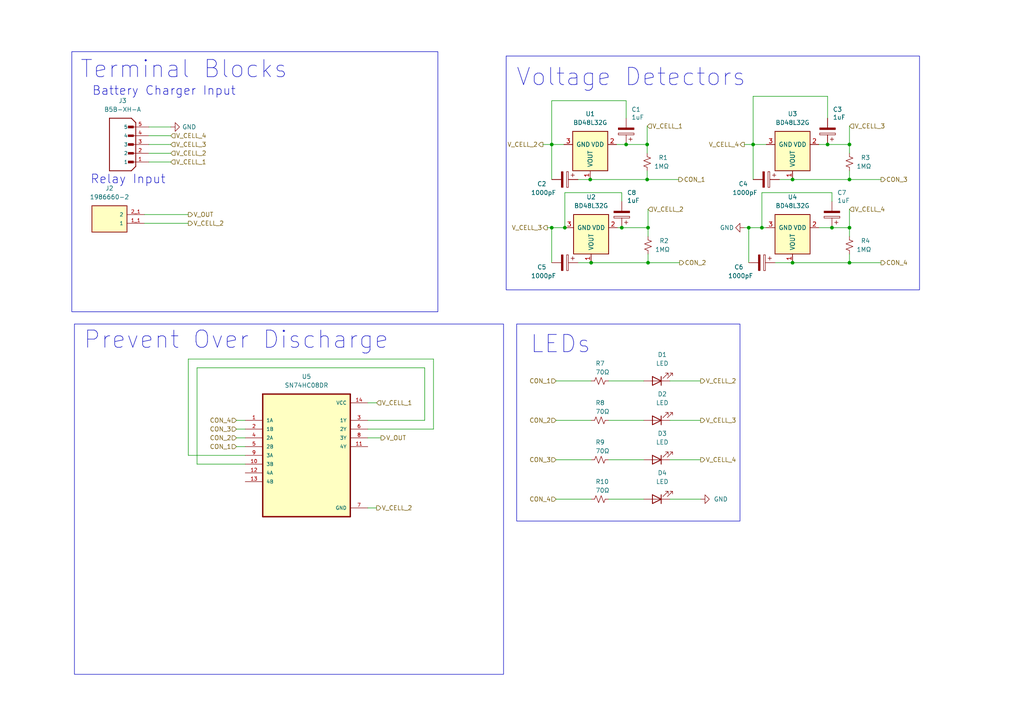
<source format=kicad_sch>
(kicad_sch (version 20231120) (generator "eeschema") (generator_version "8.0")
  (paper "A4")
  (lib_symbols
    (symbol "1986660-2:1986660-2" (pin_names (offset 1.016))
      (property "Reference" "J" (at -5.58 5.08 0))
      (property "Value" "1986660-2" (at -5.08 -5.08 0))
      (symbol "1986660-2_0_0"
        (rectangle (start -5.08 -2.54) (end 5.08 5.08) (stroke (width 0.254)) (fill (type background)))
        (pin passive line (at -10.16 2.54 0) (length 5.08) (name "1") (number "1_1"))
        (pin passive line (at -10.16 0 0) (length 5.08) (name "2") (number "2_1"))
      )
    )
    (symbol "B5B-XH-A:B5B-XH-A" (pin_names (offset 1.016))
      (property "Reference" "J" (at -2.54 8.89 0))
      (property "Value" "B5B-XH-A" (at -2.54 -10.16 0))
      (symbol "B5B-XH-A_0_0"
        (rectangle (start -3.175 -5.3975) (end -1.5875 -4.7625) (stroke (width 0.1)) (fill (type outline)))
        (rectangle (start -3.175 -2.8575) (end -1.5875 -2.2225) (stroke (width 0.1)) (fill (type outline)))
        (rectangle (start -3.175 -0.3175) (end -1.5875 0.3175) (stroke (width 0.1)) (fill (type outline)))
        (rectangle (start -3.175 2.2225) (end -1.5875 2.8575) (stroke (width 0.1)) (fill (type outline)))
        (rectangle (start -3.175 4.7625) (end -1.5875 5.3975) (stroke (width 0.1)) (fill (type outline)))
        (polyline (pts (xy -3.81 -6.35) (xy -2.54 -7.62)) (stroke (width 0.254)))
        (polyline (pts (xy -3.81 6.35) (xy -3.81 -6.35)) (stroke (width 0.254)))
        (polyline (pts (xy -3.81 6.35) (xy -2.54 7.62)) (stroke (width 0.254)))
        (polyline (pts (xy -2.54 -7.62) (xy 3.81 -7.62)) (stroke (width 0.254)))
        (polyline (pts (xy 3.81 -7.62) (xy 3.81 7.62)) (stroke (width 0.254)))
        (polyline (pts (xy 3.81 7.62) (xy -2.54 7.62)) (stroke (width 0.254)))
        (pin passive line (at -7.62 5.08 0) (length 5.08) (name "1") (number "1"))
        (pin passive line (at -7.62 2.54 0) (length 5.08) (name "2") (number "2"))
        (pin passive line (at -7.62 0 0) (length 5.08) (name "3") (number "3"))
        (pin passive line (at -7.62 -2.54 0) (length 5.08) (name "4") (number "4"))
        (pin passive line (at -7.62 -5.08 0) (length 5.08) (name "5") (number "5"))
      )
    )
    (symbol "Device:C_Polarized" (pin_numbers hide) (pin_names (offset 0.254))
      (property "Reference" "C" (at 0.635 2.54 0))
      (property "Value" "C_Polarized" (at 0.635 -2.54 0))
      (symbol "C_Polarized_0_1"
        (rectangle (start -2.286 0.508) (end 2.286 1.016))
        (polyline (pts (xy -1.778 2.286) (xy -0.762 2.286)))
        (polyline (pts (xy -1.27 2.794) (xy -1.27 1.778)))
        (rectangle (start 2.286 -0.508) (end -2.286 -1.016) (fill (type outline)))
      )
      (symbol "C_Polarized_1_1"
        (pin passive line (at 0 3.81 270) (length 2.794) (name "~") (number "1"))
        (pin passive line (at 0 -3.81 90) (length 2.794) (name "~") (number "2"))
      )
    )
    (symbol "Device:LED" (pin_numbers hide) (pin_names (offset 1.016) hide)
      (property "Reference" "D" (at 0 2.54 0))
      (property "Value" "LED" (at 0 -2.54 0))
      (symbol "LED_0_1"
        (polyline (pts (xy -1.27 -1.27) (xy -1.27 1.27)) (stroke (width 0.254)))
        (polyline (pts (xy -1.27 0) (xy 1.27 0)))
        (polyline (pts (xy 1.27 -1.27) (xy 1.27 1.27) (xy -1.27 0) (xy 1.27 -1.27)) (stroke (width 0.254)))
        (polyline (pts (xy -3.048 -0.762) (xy -4.572 -2.286) (xy -3.81 -2.286) (xy -4.572 -2.286) (xy -4.572 -1.524)))
        (polyline (pts (xy -1.778 -0.762) (xy -3.302 -2.286) (xy -2.54 -2.286) (xy -3.302 -2.286) (xy -3.302 -1.524)))
      )
      (symbol "LED_1_1"
        (pin passive line (at -3.81 0 0) (length 2.54) (name "K") (number "1"))
        (pin passive line (at 3.81 0 180) (length 2.54) (name "A") (number "2"))
      )
    )
    (symbol "Device:R_Small_US" (pin_numbers hide) (pin_names (offset 0.254) hide)
      (property "Reference" "R" (at 0.762 0.508 0))
      (property "Value" "R_Small_US" (at 0.762 -1.016 0))
      (symbol "R_Small_US_1_1"
        (polyline (pts (xy 0 0) (xy 1.016 -0.381) (xy 0 -0.762) (xy -1.016 -1.143) (xy 0 -1.524)))
        (polyline (pts (xy 0 1.524) (xy 1.016 1.143) (xy 0 0.762) (xy -1.016 0.381) (xy 0 0)))
        (pin passive line (at 0 2.54 270) (length 1.016) (name "~") (number "1"))
        (pin passive line (at 0 -2.54 90) (length 1.016) (name "~") (number "2"))
      )
    )
    (symbol "Power_Management:BD48LxxG" (pin_names (offset 1.016))
      (property "Reference" "U" (at -3.81 6.35 0))
      (property "Value" "BD48LxxG" (at -5.08 0 90))
      (symbol "BD48LxxG_1_1"
        (rectangle (start -3.81 5.08) (end 7.62 -5.08) (stroke (width 0.254)) (fill (type background)))
        (pin output line (at 10.16 0 180) (length 2.54) (name "VOUT") (number "1"))
        (pin power_in line (at 0 7.62 270) (length 2.54) (name "VDD") (number "2"))
        (pin power_in line (at 0 -7.62 90) (length 2.54) (name "GND") (number "3"))
      )
    )
    (symbol "SN74HC08DR:SN74HC08DR" (pin_names (offset 1.016))
      (property "Reference" "U" (at -12.7 18.78 0))
      (property "Value" "SN74HC08DR" (at -12.7 -21.78 0))
      (symbol "SN74HC08DR_0_0"
        (rectangle (start -12.7 -17.78) (end 12.7 17.78) (stroke (width 0.41)) (fill (type background)))
        (pin input line (at -17.78 10.16 0) (length 5.08) (name "1A") (number "1"))
        (pin input line (at -17.78 -2.54 0) (length 5.08) (name "3B") (number "10"))
        (pin output line (at 17.78 2.54 180) (length 5.08) (name "4Y") (number "11"))
        (pin input line (at -17.78 -5.08 0) (length 5.08) (name "4A") (number "12"))
        (pin input line (at -17.78 -7.62 0) (length 5.08) (name "4B") (number "13"))
        (pin power_in line (at 17.78 15.24 180) (length 5.08) (name "VCC") (number "14"))
        (pin input line (at -17.78 7.62 0) (length 5.08) (name "1B") (number "2"))
        (pin output line (at 17.78 10.16 180) (length 5.08) (name "1Y") (number "3"))
        (pin input line (at -17.78 5.08 0) (length 5.08) (name "2A") (number "4"))
        (pin input line (at -17.78 2.54 0) (length 5.08) (name "2B") (number "5"))
        (pin output line (at 17.78 7.62 180) (length 5.08) (name "2Y") (number "6"))
        (pin power_in line (at 17.78 -15.24 180) (length 5.08) (name "GND") (number "7"))
        (pin output line (at 17.78 5.08 180) (length 5.08) (name "3Y") (number "8"))
        (pin input line (at -17.78 0 0) (length 5.08) (name "3A") (number "9"))
      )
    )
    (symbol "power:GND" (power) (pin_names (offset 0))
      (property "Value" "GND" (at 0 -3.81 0))
      (symbol "GND_0_1"
        (polyline (pts (xy 0 0) (xy 0 -1.27) (xy 1.27 -1.27) (xy 0 -2.54) (xy -1.27 -1.27) (xy 0 -1.27)))
      )
      (symbol "GND_1_1"
        (pin power_in line (at 0 0 270) (length 0) hide (name "GND") (number "1"))
      )
    )
  )
  (junction (at 160.02 41.91))
  (junction (at 246.38 52.07))
  (junction (at 240.03 41.91))
  (junction (at 241.3 66.04))
  (junction (at 181.61 41.91))
  (junction (at 246.38 66.04))
  (junction (at 171.45 76.2))
  (junction (at 246.38 41.91))
  (junction (at 187.96 76.2))
  (junction (at 171.196 52.07))
  (junction (at 187.96 66.04))
  (junction (at 180.34 66.04))
  (junction (at 246.38 76.2))
  (junction (at 163.83 66.04))
  (junction (at 218.44 41.91))
  (junction (at 229.87 52.07))
  (junction (at 220.98 66.04))
  (junction (at 187.706 52.07))
  (junction (at 229.87 76.2))
  (junction (at 160.02 66.04))
  (junction (at 187.706 41.91))
  (junction (at 217.17 66.04))
  (wire (pts (xy 180.34 66.04) (xy 187.96 66.04)))
  (wire (pts (xy 163.83 66.04) (xy 160.02 66.04)))
  (wire (pts (xy 106.68 121.92) (xy 123.19 121.92)))
  (wire (pts (xy 43.18 46.99) (xy 49.53 46.99)))
  (wire (pts (xy 41.91 64.77) (xy 54.61 64.77)))
  (wire (pts (xy 194.31 144.78) (xy 203.2 144.78)))
  (wire (pts (xy 161.29 110.49) (xy 171.45 110.49)))
  (wire (pts (xy 187.706 36.576) (xy 187.706 41.91)))
  (wire (pts (xy 218.44 27.94) (xy 218.44 41.91)))
  (wire (pts (xy 222.25 41.91) (xy 218.44 41.91)))
  (wire (pts (xy 246.38 76.2) (xy 246.38 73.66)))
  (wire (pts (xy 246.38 60.706) (xy 246.38 66.04)))
  (wire (pts (xy 246.38 52.07) (xy 246.38 49.53)))
  (wire (pts (xy 68.58 121.92) (xy 71.12 121.92)))
  (wire (pts (xy 187.96 76.2) (xy 197.104 76.2)))
  (wire (pts (xy 57.15 106.68) (xy 57.15 134.62)))
  (wire (pts (xy 106.68 124.46) (xy 125.73 124.46)))
  (wire (pts (xy 222.25 66.04) (xy 220.98 66.04)))
  (wire (pts (xy 246.38 52.07) (xy 255.524 52.07)))
  (wire (pts (xy 246.38 76.2) (xy 255.524 76.2)))
  (wire (pts (xy 240.03 34.29) (xy 240.03 27.94)))
  (wire (pts (xy 167.64 52.07) (xy 171.196 52.07)))
  (wire (pts (xy 43.18 36.83) (xy 49.53 36.83)))
  (wire (pts (xy 180.34 55.88) (xy 163.83 55.88)))
  (wire (pts (xy 240.03 27.94) (xy 218.44 27.94)))
  (wire (pts (xy 226.06 52.07) (xy 229.87 52.07)))
  (wire (pts (xy 224.79 76.2) (xy 229.87 76.2)))
  (wire (pts (xy 43.18 39.37) (xy 49.53 39.37)))
  (wire (pts (xy 179.07 66.04) (xy 180.34 66.04)))
  (wire (pts (xy 41.91 62.23) (xy 54.61 62.23)))
  (wire (pts (xy 194.31 133.35) (xy 203.2 133.35)))
  (wire (pts (xy 237.49 66.04) (xy 241.3 66.04)))
  (wire (pts (xy 54.61 104.14) (xy 54.61 132.08)))
  (wire (pts (xy 229.87 52.07) (xy 246.38 52.07)))
  (wire (pts (xy 187.96 66.04) (xy 187.96 68.58)))
  (wire (pts (xy 54.61 132.08) (xy 71.12 132.08)))
  (wire (pts (xy 194.31 121.92) (xy 203.2 121.92)))
  (wire (pts (xy 176.53 133.35) (xy 186.69 133.35)))
  (wire (pts (xy 106.68 116.84) (xy 109.22 116.84)))
  (wire (pts (xy 241.3 58.42) (xy 241.3 55.88)))
  (wire (pts (xy 163.83 55.88) (xy 163.83 66.04)))
  (wire (pts (xy 125.73 104.14) (xy 54.61 104.14)))
  (wire (pts (xy 220.98 55.88) (xy 220.98 66.04)))
  (wire (pts (xy 161.29 133.35) (xy 171.45 133.35)))
  (wire (pts (xy 246.38 41.91) (xy 246.38 44.45)))
  (wire (pts (xy 161.29 144.78) (xy 171.45 144.78)))
  (wire (pts (xy 187.706 41.91) (xy 187.706 44.45)))
  (wire (pts (xy 178.816 41.91) (xy 181.61 41.91)))
  (wire (pts (xy 123.19 121.92) (xy 123.19 106.68)))
  (wire (pts (xy 160.02 41.91) (xy 160.02 52.07)))
  (wire (pts (xy 125.73 124.46) (xy 125.73 104.14)))
  (wire (pts (xy 241.3 55.88) (xy 220.98 55.88)))
  (wire (pts (xy 237.49 41.91) (xy 240.03 41.91)))
  (wire (pts (xy 246.38 66.04) (xy 246.38 68.58)))
  (wire (pts (xy 240.03 41.91) (xy 246.38 41.91)))
  (wire (pts (xy 160.02 66.04) (xy 160.02 76.2)))
  (wire (pts (xy 246.38 36.576) (xy 246.38 41.91)))
  (wire (pts (xy 68.58 124.46) (xy 71.12 124.46)))
  (wire (pts (xy 229.87 76.2) (xy 246.38 76.2)))
  (wire (pts (xy 217.17 66.04) (xy 217.17 76.2)))
  (wire (pts (xy 187.96 76.2) (xy 187.96 73.66)))
  (wire (pts (xy 106.68 127) (xy 110.49 127)))
  (wire (pts (xy 176.53 110.49) (xy 186.69 110.49)))
  (wire (pts (xy 218.44 41.91) (xy 215.9 41.91)))
  (wire (pts (xy 171.196 52.07) (xy 187.706 52.07)))
  (wire (pts (xy 106.68 147.32) (xy 109.22 147.32)))
  (wire (pts (xy 176.53 144.78) (xy 186.69 144.78)))
  (wire (pts (xy 217.17 66.04) (xy 215.9 66.04)))
  (wire (pts (xy 218.44 41.91) (xy 218.44 52.07)))
  (wire (pts (xy 43.18 41.91) (xy 49.53 41.91)))
  (wire (pts (xy 167.64 76.2) (xy 171.45 76.2)))
  (wire (pts (xy 180.34 58.42) (xy 180.34 55.88)))
  (wire (pts (xy 160.02 41.91) (xy 163.576 41.91)))
  (wire (pts (xy 187.706 52.07) (xy 196.85 52.07)))
  (wire (pts (xy 157.48 41.91) (xy 160.02 41.91)))
  (wire (pts (xy 57.15 134.62) (xy 71.12 134.62)))
  (wire (pts (xy 161.29 121.92) (xy 171.45 121.92)))
  (wire (pts (xy 181.61 29.21) (xy 160.02 29.21)))
  (wire (pts (xy 68.58 127) (xy 71.12 127)))
  (wire (pts (xy 43.18 44.45) (xy 49.53 44.45)))
  (wire (pts (xy 160.02 29.21) (xy 160.02 41.91)))
  (wire (pts (xy 123.19 106.68) (xy 57.15 106.68)))
  (wire (pts (xy 181.61 34.29) (xy 181.61 29.21)))
  (wire (pts (xy 171.45 76.2) (xy 187.96 76.2)))
  (wire (pts (xy 187.706 52.07) (xy 187.706 49.53)))
  (wire (pts (xy 68.58 129.54) (xy 71.12 129.54)))
  (wire (pts (xy 241.3 66.04) (xy 246.38 66.04)))
  (wire (pts (xy 181.61 41.91) (xy 187.706 41.91)))
  (wire (pts (xy 176.53 121.92) (xy 186.69 121.92)))
  (wire (pts (xy 160.02 66.04) (xy 158.75 66.04)))
  (wire (pts (xy 220.98 66.04) (xy 217.17 66.04)))
  (wire (pts (xy 194.31 110.49) (xy 203.2 110.49)))
  (wire (pts (xy 187.96 60.706) (xy 187.96 66.04)))
  (rectangle (start 21.59 93.98) (end 146.05 195.58))
  (rectangle (start 146.812 16.256) (end 266.7 84.074))
  (rectangle (start 20.828 14.986) (end 127 90.424))
  (rectangle (start 149.86 93.98) (end 214.63 151.13))
  (text "Voltage Detectors" (at 149.606 25.4 0) (effects (font (size 5 5)) (justify left bottom)))
  (text "LEDs" (at 153.67 102.87 0) (effects (font (size 5 5)) (justify left bottom)))
  (text "Terminal Blocks\n" (at 23.114 23.114 0) (effects (font (size 5 5)) (justify left bottom)))
  (text "Battery Charger Input\n" (at 26.67 27.94 0) (effects (font (size 2.54 2.54)) (justify left bottom)))
  (text "Relay Input\n" (at 26.162 53.594 0) (effects (font (size 2.54 2.54)) (justify left bottom)))
  (text "Prevent Over Discharge" (at 24.13 101.6 0) (effects (font (size 5 5)) (justify left bottom)))
  (hierarchical_label "CON_4" (shape output) (at 255.524 76.2 0))
  (hierarchical_label "CON_4" (shape input) (at 161.29 144.78 180))
  (hierarchical_label "V_CELL_4" (shape input) (at 49.53 39.37 0))
  (hierarchical_label "CON_3" (shape input) (at 161.29 133.35 180))
  (hierarchical_label "V_OUT" (shape output) (at 110.49 127 0))
  (hierarchical_label "V_CELL_1" (shape input) (at 109.22 116.84 0))
  (hierarchical_label "V_CELL_2" (shape output) (at 54.61 64.77 0))
  (hierarchical_label "V_CELL_4" (shape output) (at 215.9 41.91 180))
  (hierarchical_label "V_CELL_2" (shape output) (at 109.22 147.32 0))
  (hierarchical_label "CON_2" (shape output) (at 197.104 76.2 0))
  (hierarchical_label "V_CELL_1" (shape input) (at 49.53 46.99 0))
  (hierarchical_label "V_CELL_3" (shape input) (at 49.53 41.91 0))
  (hierarchical_label "V_CELL_2" (shape output) (at 157.48 41.91 180))
  (hierarchical_label "CON_3" (shape output) (at 255.524 52.07 0))
  (hierarchical_label "V_CELL_3" (shape output) (at 203.2 121.92 0))
  (hierarchical_label "V_CELL_4" (shape input) (at 246.38 60.706 0))
  (hierarchical_label "V_CELL_4" (shape output) (at 203.2 133.35 0))
  (hierarchical_label "V_CELL_3" (shape output) (at 158.75 66.04 180))
  (hierarchical_label "CON_1" (shape output) (at 196.85 52.07 0))
  (hierarchical_label "V_CELL_1" (shape input) (at 187.706 36.576 0))
  (hierarchical_label "V_CELL_2" (shape input) (at 49.53 44.45 0))
  (hierarchical_label "V_CELL_2" (shape output) (at 203.2 110.49 0))
  (hierarchical_label "CON_2" (shape input) (at 68.58 127 180))
  (hierarchical_label "CON_1" (shape input) (at 68.58 129.54 180))
  (hierarchical_label "CON_4" (shape input) (at 68.58 121.92 180))
  (hierarchical_label "V_CELL_3" (shape input) (at 246.38 36.576 0))
  (hierarchical_label "V_CELL_2" (shape input) (at 187.96 60.706 0))
  (hierarchical_label "CON_2" (shape input) (at 161.29 121.92 180))
  (hierarchical_label "CON_3" (shape input) (at 68.58 124.46 180))
  (hierarchical_label "CON_1" (shape input) (at 161.29 110.49 180))
  (hierarchical_label "V_OUT" (shape output) (at 54.61 62.23 0))
  (symbol (lib_id "Device:R_Small_US") (at 187.96 71.12 180) (unit 1)
    (property "Reference" "R2" (at 191.262 69.85 0) (effects (justify right)))
    (property "Value" "1MΩ" (at 189.992 72.39 0) (effects (justify right)))
    (property "Footprint" "Resistor_SMD:R_0805_2012Metric" (effects (hide yes)))
  )
  (symbol (lib_id "Device:LED") (at 190.5 144.78 180) (unit 1)
    (property "Reference" "D4" (at 192.0875 137.16 0))
    (property "Value" "LED" (at 192.0875 139.7 0))
    (property "Footprint" "LED_SMD:LED_0805_2012Metric" (effects (hide yes)))
    (property "Datasheet" "https://mm.digikey.com/Volume0/opasdata/d220001/medias/docus/3974/0805YGBD008S01.pdf" (effects (hide yes)))
  )
  (symbol (lib_id "Power_Management:BD48LxxG") (at 171.196 41.91 270) (unit 1)
    (property "Reference" "U1" (at 171.196 33.02 90))
    (property "Value" "BD48L32G" (at 171.196 35.56 90))
    (property "Footprint" "Package_TO_SOT_SMD:SOT-23" (effects (hide yes)))
    (property "Datasheet" "https://fscdn.rohm.com/en/products/databook/datasheet/ic/power/voltage_detector/bd48xxg-e.pdf" (effects (hide yes)))
  )
  (symbol (lib_id "Device:C_Polarized") (at 163.83 52.07 270) (unit 1)
    (property "Reference" "C2" (at 158.496 53.34 90) (effects (justify right)))
    (property "Value" "1000pF" (at 161.29 55.88 90) (effects (justify right)))
    (property "Footprint" "Capacitor_SMD:C_0805_2012Metric" (effects (hide yes)))
    (property "Description" "Polarized capacitor" (effects (hide yes)))
  )
  (symbol (lib_id "Power_Management:BD48LxxG") (at 171.45 66.04 270) (unit 1)
    (property "Reference" "U2" (at 171.45 57.15 90))
    (property "Value" "BD48L32G" (at 171.45 59.69 90))
    (property "Footprint" "Package_TO_SOT_SMD:SOT-23" (effects (hide yes)))
    (property "Datasheet" "https://fscdn.rohm.com/en/products/databook/datasheet/ic/power/voltage_detector/bd48xxg-e.pdf" (effects (hide yes)))
  )
  (symbol (lib_id "SN74HC08DR:SN74HC08DR") (at 88.9 132.08 0) (unit 1)
    (property "Reference" "U5" (at 88.9 109.22 0))
    (property "Value" "SN74HC08DR" (at 88.9 111.76 0))
    (property "Footprint" "SN74HC08DR:SOIC127P600X175-14N" (effects (hide yes)))
    (property "Datasheet" "https://www.ti.com/lit/ds/symlink/sn74hc08.pdf?HQS=dis-dk-null-digikeymode-dsf-pf-null-wwe&ts=1727476463679" (effects (hide yes)))
  )
  (symbol (lib_id "Device:R_Small_US") (at 246.38 71.12 180) (unit 1)
    (property "Reference" "R4" (at 249.682 69.85 0) (effects (justify right)))
    (property "Value" "1MΩ" (at 248.412 72.39 0) (effects (justify right)))
    (property "Footprint" "Resistor_SMD:R_0805_2012Metric" (effects (hide yes)))
  )
  (symbol (lib_id "Device:C_Polarized") (at 163.83 76.2 270) (unit 1)
    (property "Reference" "C5" (at 158.496 77.47 90) (effects (justify right)))
    (property "Value" "1000pF" (at 161.29 80.01 90) (effects (justify right)))
    (property "Footprint" "Capacitor_SMD:C_0805_2012Metric" (effects (hide yes)))
    (property "Description" "Polarized capacitor" (effects (hide yes)))
  )
  (symbol (lib_id "Device:R_Small_US") (at 246.38 46.99 180) (unit 1)
    (property "Reference" "R3" (at 249.682 45.72 0) (effects (justify right)))
    (property "Value" "1MΩ" (at 248.412 48.26 0) (effects (justify right)))
    (property "Footprint" "Resistor_SMD:R_0805_2012Metric" (effects (hide yes)))
  )
  (symbol (lib_id "Device:LED") (at 190.5 121.92 180) (unit 1)
    (property "Reference" "D2" (at 192.0875 114.3 0))
    (property "Value" "LED" (at 192.0875 116.84 0))
    (property "Footprint" "LED_SMD:LED_0805_2012Metric" (effects (hide yes)))
    (property "Datasheet" "https://mm.digikey.com/Volume0/opasdata/d220001/medias/docus/3974/0805YGBD008S01.pdf" (effects (hide yes)))
  )
  (symbol (lib_id "Device:LED") (at 190.5 133.35 180) (unit 1)
    (property "Reference" "D3" (at 192.0875 125.73 0))
    (property "Value" "LED" (at 192.0875 128.27 0))
    (property "Footprint" "LED_SMD:LED_0805_2012Metric" (effects (hide yes)))
    (property "Datasheet" "https://mm.digikey.com/Volume0/opasdata/d220001/medias/docus/3974/0805YGBD008S01.pdf" (effects (hide yes)))
  )
  (symbol (lib_id "power:GND") (at 203.2 144.78 90) (unit 1)
    (property "Reference" "#PWR015" (effects (hide yes)))
    (property "Value" "GND" (at 207.01 144.78 90) (effects (justify right)))
  )
  (symbol (lib_id "Device:R_Small_US") (at 173.99 110.49 90) (unit 1)
    (property "Reference" "R7" (at 172.72 105.41 90) (effects (justify right)))
    (property "Value" "70Ω" (at 172.72 107.95 90) (effects (justify right)))
    (property "Footprint" "Resistor_SMD:R_0805_2012Metric" (effects (hide yes)))
  )
  (symbol (lib_id "Device:R_Small_US") (at 173.99 133.35 90) (unit 1)
    (property "Reference" "R9" (at 172.72 128.27 90) (effects (justify right)))
    (property "Value" "70Ω" (at 172.72 130.81 90) (effects (justify right)))
    (property "Footprint" "Resistor_SMD:R_0805_2012Metric" (effects (hide yes)))
  )
  (symbol (lib_id "Device:R_Small_US") (at 173.99 144.78 90) (unit 1)
    (property "Reference" "R10" (at 172.72 139.7 90) (effects (justify right)))
    (property "Value" "70Ω" (at 172.72 142.24 90) (effects (justify right)))
    (property "Footprint" "Resistor_SMD:R_0805_2012Metric" (effects (hide yes)))
  )
  (symbol (lib_id "Device:C_Polarized") (at 241.3 62.23 180) (unit 1)
    (property "Reference" "C7" (at 242.824 55.88 0) (effects (justify right)))
    (property "Value" "1uF" (at 242.824 58.166 0) (effects (justify right)))
    (property "Footprint" "Capacitor_SMD:C_0805_2012Metric" (effects (hide yes)))
    (property "Description" "Polarized capacitor" (effects (hide yes)))
  )
  (symbol (lib_id "Device:C_Polarized") (at 180.34 62.23 180) (unit 1)
    (property "Reference" "C8" (at 181.864 55.88 0) (effects (justify right)))
    (property "Value" "1uF" (at 181.864 58.166 0) (effects (justify right)))
    (property "Footprint" "Capacitor_SMD:C_0805_2012Metric" (effects (hide yes)))
    (property "Description" "Polarized capacitor" (effects (hide yes)))
  )
  (symbol (lib_id "power:GND") (at 49.53 36.83 90) (unit 1)
    (property "Reference" "#PWR03" (effects (hide yes)))
    (property "Value" "GND" (at 52.832 36.83 90) (effects (justify right)))
  )
  (symbol (lib_id "Device:C_Polarized") (at 240.03 38.1 180) (unit 1)
    (property "Reference" "C3" (at 241.554 31.75 0) (effects (justify right)))
    (property "Value" "1uF" (at 241.554 34.036 0) (effects (justify right)))
    (property "Footprint" "Capacitor_SMD:C_0805_2012Metric" (effects (hide yes)))
    (property "Description" "Polarized capacitor" (effects (hide yes)))
  )
  (symbol (lib_id "Device:LED") (at 190.5 110.49 180) (unit 1)
    (property "Reference" "D1" (at 192.0875 102.87 0))
    (property "Value" "LED" (at 192.0875 105.41 0))
    (property "Footprint" "LED_SMD:LED_0805_2012Metric" (effects (hide yes)))
    (property "Datasheet" "https://mm.digikey.com/Volume0/opasdata/d220001/medias/docus/3974/0805YGBD008S01.pdf" (effects (hide yes)))
  )
  (symbol (lib_id "Power_Management:BD48LxxG") (at 229.87 66.04 270) (unit 1)
    (property "Reference" "U4" (at 229.87 57.15 90))
    (property "Value" "BD48L32G" (at 229.87 59.69 90))
    (property "Footprint" "Package_TO_SOT_SMD:SOT-23" (effects (hide yes)))
    (property "Datasheet" "https://fscdn.rohm.com/en/products/databook/datasheet/ic/power/voltage_detector/bd48xxg-e.pdf" (effects (hide yes)))
  )
  (symbol (lib_id "Device:C_Polarized") (at 222.25 52.07 270) (unit 1)
    (property "Reference" "C4" (at 216.916 53.34 90) (effects (justify right)))
    (property "Value" "1000pF" (at 219.71 55.88 90) (effects (justify right)))
    (property "Footprint" "Capacitor_SMD:C_0805_2012Metric" (effects (hide yes)))
    (property "Description" "Polarized capacitor" (effects (hide yes)))
  )
  (symbol (lib_id "power:GND") (at 215.9 66.04 270) (unit 1)
    (property "Reference" "#PWR07" (effects (hide yes)))
    (property "Value" "GND" (at 208.788 66.04 90) (effects (justify left)))
  )
  (symbol (lib_id "Device:R_Small_US") (at 173.99 121.92 90) (unit 1)
    (property "Reference" "R8" (at 172.72 116.84 90) (effects (justify right)))
    (property "Value" "70Ω" (at 172.72 119.38 90) (effects (justify right)))
    (property "Footprint" "Resistor_SMD:R_0805_2012Metric" (effects (hide yes)))
  )
  (symbol (lib_id "Device:C_Polarized") (at 181.61 38.1 180) (unit 1)
    (property "Reference" "C1" (at 183.134 31.75 0) (effects (justify right)))
    (property "Value" "1uF" (at 183.134 34.036 0) (effects (justify right)))
    (property "Footprint" "Capacitor_SMD:C_0805_2012Metric" (effects (hide yes)))
    (property "Description" "Polarized capacitor" (effects (hide yes)))
  )
  (symbol (lib_id "B5B-XH-A:B5B-XH-A") (at 35.56 41.91 180) (unit 1)
    (property "Reference" "J3" (at 35.56 29.21 0))
    (property "Value" "B5B-XH-A" (at 35.56 31.75 0))
    (property "Footprint" "Connector_JST:JST_XH_B5B-XH-A_1x05_P2.50mm_Vertical" (effects (hide yes)))
    (property "PARTREV" "7/4/21" (effects (hide yes)))
    (property "STANDARD" "Manufacturer Recommendations" (effects (hide yes)))
    (property "MAXIMUM_PACKAGE_HEIGHT" "7.00 mm" (effects (hide yes)))
    (property "MANUFACTURER" "JST" (effects (hide yes)))
  )
  (symbol (lib_id "Device:R_Small_US") (at 187.706 46.99 180) (unit 1)
    (property "Reference" "R1" (at 191.008 45.72 0) (effects (justify right)))
    (property "Value" "1MΩ" (at 189.738 48.26 0) (effects (justify right)))
    (property "Footprint" "Resistor_SMD:R_0805_2012Metric" (effects (hide yes)))
  )
  (symbol (lib_id "Power_Management:BD48LxxG") (at 229.87 41.91 270) (unit 1)
    (property "Reference" "U3" (at 229.87 33.02 90))
    (property "Value" "BD48L32G" (at 229.87 35.56 90))
    (property "Footprint" "Package_TO_SOT_SMD:SOT-23" (effects (hide yes)))
    (property "Datasheet" "https://fscdn.rohm.com/en/products/databook/datasheet/ic/power/voltage_detector/bd48xxg-e.pdf" (effects (hide yes)))
  )
  (symbol (lib_id "1986660-2:1986660-2") (at 31.75 62.23 180) (unit 1)
    (property "Reference" "J2" (at 31.75 54.61 0))
    (property "Value" "1986660-2" (at 31.75 57.15 0))
    (property "Footprint" "1986660_2:TE_1986660-2" (effects (hide yes)))
    (property "COMMENT" "1986660-2" (effects (hide yes)))
    (property "MF" "TE Connectivity" (effects (hide yes)))
    (property "DESCRIPTION" "Conn Terminal Block 2 POS 10.16mm Solder ST Thru-Hole 65A Package" (effects (hide yes)))
    (property "PACKAGE" "None" (effects (hide yes)))
    (property "PRICE" "None" (effects (hide yes)))
    (property "TE_PURCHASE_URL" "https://www.te.com/usa-en/product-1986660-2.html?te_bu=Cor&te_type=disp&te_campaign=seda_glo_cor-seda-global-disp-prtnr-fy19-seda-model-bom-cta_sma-317_1&elqCampaignId=32493" (effects (hide yes)))
    (property "MP" "1986660-2" (effects (hide yes)))
    (property "AVAILABILITY" "Unavailable" (effects (hide yes)))
  )
  (symbol (lib_id "Device:C_Polarized") (at 220.98 76.2 270) (unit 1)
    (property "Reference" "C6" (at 215.646 77.47 90) (effects (justify right)))
    (property "Value" "1000pF" (at 218.44 80.01 90) (effects (justify right)))
    (property "Footprint" "Capacitor_SMD:C_0805_2012Metric" (effects (hide yes)))
    (property "Description" "Polarized capacitor" (effects (hide yes)))
  )
)
</source>
